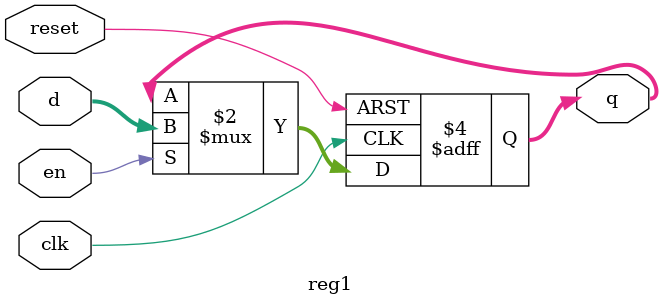
<source format=sv>
module reg1 #(parameter WIDTH = 8) (
  input  logic           clk, reset, en,
  input  logic [WIDTH-1:0] d,
  output logic [WIDTH-1:0] q
);
  always @(posedge clk, posedge reset)
    if (reset)
      q <= 0;
    else if (en)
      q <= d;
endmodule

</source>
